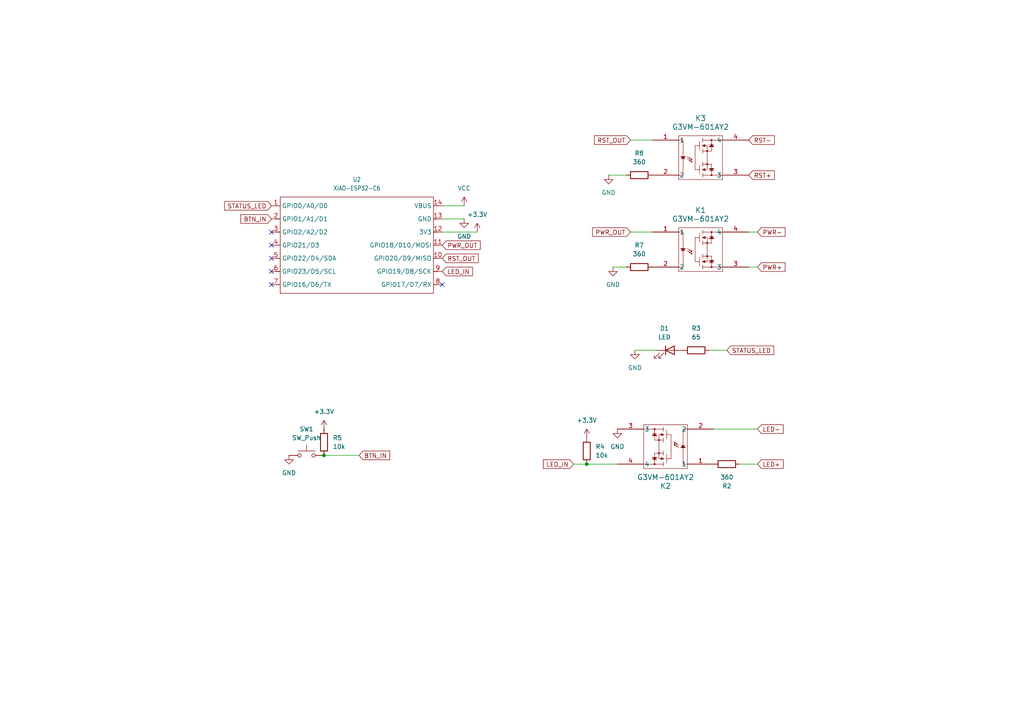
<source format=kicad_sch>
(kicad_sch (version 20250114) (generator "eeschema") (generator_version "9.0")
  (paper "A4")
  (lib_symbols
    (symbol "2025-07-16_16-28-28:G3VM-601AY2" (pin_names (offset 0.254))
      (property "Reference" "K" (at 13.6525 6.0325 0))
      (property "Value" "G3VM-601AY2" (at 20.32 3.81 0))
      (symbol "G3VM-601AY2_0_1"
        (polyline (pts (xy 7.62 1.27) (xy 7.62 -11.43)) (stroke (width 0.127)))
        (polyline (pts (xy 7.62 0) (xy 8.89 0)) (stroke (width 0.127)))
        (polyline (pts (xy 7.62 -11.43) (xy 20.32 -11.43)) (stroke (width 0.127)))
        (polyline (pts (xy 8.255 -4.7625) (xy 8.89 -5.3975)) (stroke (width 0.127)))
        (polyline (pts (xy 8.255 -4.7625) (xy 9.525 -4.7625)) (stroke (width 0.127)))
        (polyline (pts (xy 8.255 -5.3975) (xy 9.525 -5.3975)) (stroke (width 0.127)))
        (polyline (pts (xy 8.89 0) (xy 8.89 -10.16)) (stroke (width 0.127)))
        (polyline (pts (xy 8.89 -5.3975) (xy 9.525 -4.7625)) (stroke (width 0.127)))
        (polyline (pts (xy 8.89 -10.16) (xy 7.62 -10.16)) (stroke (width 0.127)))
        (polyline (pts (xy 9.525 -4.7625) (xy 8.89 -5.3975) (xy 8.255 -4.7625)) (fill (type outline)))
        (polyline (pts (xy 10.16 -4.7625) (xy 10.795 -5.3975)) (stroke (width 0.127)))
        (polyline (pts (xy 10.16 -5.3975) (xy 10.795 -6.0325)) (stroke (width 0.127)))
        (polyline (pts (xy 10.795 -5.3975) (xy 10.795 -5.08)) (stroke (width 0.127)))
        (polyline (pts (xy 10.795 -5.715) (xy 11.43 -6.35)) (stroke (width 0.127)))
        (polyline (pts (xy 10.795 -6.0325) (xy 10.795 -5.715)) (stroke (width 0.127)))
        (polyline (pts (xy 11.1125 -5.715) (xy 11.43 -5.3975)) (stroke (width 0.127)))
        (polyline (pts (xy 11.1125 -5.715) (xy 11.43 -5.715)) (stroke (width 0.127)))
        (polyline (pts (xy 11.1125 -5.715) (xy 11.43 -5.3975) (xy 11.43 -5.715)) (fill (type outline)))
        (polyline (pts (xy 11.1125 -6.35) (xy 11.43 -6.0325)) (stroke (width 0.127)))
        (polyline (pts (xy 11.1125 -6.35) (xy 11.43 -6.0325) (xy 11.43 -6.35)) (fill (type outline)))
        (polyline (pts (xy 11.43 -5.715) (xy 10.795 -5.08)) (stroke (width 0.127)))
        (polyline (pts (xy 11.43 -5.715) (xy 11.43 -5.3975)) (stroke (width 0.127)))
        (polyline (pts (xy 11.43 -6.0325) (xy 11.43 -6.35)) (stroke (width 0.127)))
        (polyline (pts (xy 11.43 -6.35) (xy 11.1125 -6.35)) (stroke (width 0.127)))
        (polyline (pts (xy 12.3825 -1.5875) (xy 12.3825 -8.5725)) (stroke (width 0.127)))
        (polyline (pts (xy 13.6525 -1.5875) (xy 12.3825 -1.5875)) (stroke (width 0.127)))
        (polyline (pts (xy 13.6525 -2.8575) (xy 13.6525 -0.3175)) (stroke (width 0.127)))
        (polyline (pts (xy 13.6525 -7.3025) (xy 13.6525 -9.8425)) (stroke (width 0.127)))
        (polyline (pts (xy 13.6525 -8.5725) (xy 12.3825 -8.5725)) (stroke (width 0.127)))
        (polyline (pts (xy 14.605 0.635) (xy 14.605 -0.635)) (stroke (width 0.127)))
        (polyline (pts (xy 14.605 0) (xy 15.24 0)) (stroke (width 0.127)))
        (polyline (pts (xy 14.605 -1.5875) (xy 15.24 -1.27)) (stroke (width 0.127)))
        (polyline (pts (xy 14.605 -1.5875) (xy 15.24 -1.905) (xy 15.24 -1.27)) (fill (type outline)))
        (polyline (pts (xy 14.605 -1.905) (xy 14.605 -1.27)) (stroke (width 0.127)))
        (polyline (pts (xy 14.605 -2.54) (xy 14.605 -3.81)) (stroke (width 0.127)))
        (polyline (pts (xy 14.605 -7.62) (xy 14.605 -6.35)) (stroke (width 0.127)))
        (polyline (pts (xy 14.605 -8.255) (xy 14.605 -8.89)) (stroke (width 0.127)))
        (polyline (pts (xy 14.605 -8.5725) (xy 15.24 -8.89)) (stroke (width 0.127)))
        (polyline (pts (xy 14.605 -8.5725) (xy 15.24 -8.255) (xy 15.24 -8.89)) (fill (type outline)))
        (polyline (pts (xy 14.605 -10.16) (xy 15.24 -10.16)) (stroke (width 0.127)))
        (polyline (pts (xy 14.605 -10.795) (xy 14.605 -9.525)) (stroke (width 0.127)))
        (polyline (pts (xy 15.24 -1.27) (xy 15.24 -1.5875)) (stroke (width 0.127)))
        (polyline (pts (xy 15.24 -1.5875) (xy 15.24 -1.905)) (stroke (width 0.127)))
        (polyline (pts (xy 15.24 -1.905) (xy 14.605 -1.5875)) (stroke (width 0.127)))
        (polyline (pts (xy 15.24 -8.255) (xy 14.605 -8.5725)) (stroke (width 0.127)))
        (polyline (pts (xy 15.24 -8.5725) (xy 15.24 -8.255)) (stroke (width 0.127)))
        (polyline (pts (xy 15.24 -8.89) (xy 15.24 -8.5725)) (stroke (width 0.127)))
        (polyline (pts (xy 15.875 -1.5875) (xy 15.24 -1.5875)) (stroke (width 0.127)))
        (polyline (pts (xy 15.875 -3.175) (xy 14.605 -3.175)) (stroke (width 0.127)))
        (circle (center 15.875 -3.175) (radius 0.1524) (stroke (width 0.254)))
        (polyline (pts (xy 15.875 -6.985) (xy 14.605 -6.985)) (stroke (width 0.127)))
        (polyline (pts (xy 15.875 -6.985) (xy 15.875 -1.5875)) (stroke (width 0.127)))
        (polyline (pts (xy 15.875 -6.985) (xy 15.875 -8.5725)) (stroke (width 0.127)))
        (circle (center 15.875 -6.985) (radius 0.1524) (stroke (width 0.254)))
        (polyline (pts (xy 15.875 -8.5725) (xy 15.24 -8.5725)) (stroke (width 0.127)))
        (polyline (pts (xy 16.51 -1.27) (xy 17.78 -1.27)) (stroke (width 0.127)))
        (polyline (pts (xy 16.51 -1.905) (xy 17.78 -1.905)) (stroke (width 0.127)))
        (polyline (pts (xy 16.51 -1.905) (xy 17.78 -1.905) (xy 17.145 -1.27)) (fill (type outline)))
        (polyline (pts (xy 16.51 -8.255) (xy 17.78 -8.255)) (stroke (width 0.127)))
        (polyline (pts (xy 16.51 -8.255) (xy 17.78 -8.255) (xy 17.145 -8.89)) (fill (type outline)))
        (polyline (pts (xy 16.51 -8.89) (xy 17.78 -8.89)) (stroke (width 0.127)))
        (polyline (pts (xy 17.145 0) (xy 17.145 -1.27)) (stroke (width 0.127)))
        (circle (center 17.145 0) (radius 0.1524) (stroke (width 0.254)))
        (polyline (pts (xy 17.145 -1.27) (xy 16.51 -1.905)) (stroke (width 0.127)))
        (polyline (pts (xy 17.145 -1.905) (xy 17.145 -3.175)) (stroke (width 0.127)))
        (polyline (pts (xy 17.145 -3.175) (xy 15.875 -3.175)) (stroke (width 0.127)))
        (polyline (pts (xy 17.145 -6.985) (xy 15.875 -6.985)) (stroke (width 0.127)))
        (polyline (pts (xy 17.145 -8.255) (xy 17.145 -6.985)) (stroke (width 0.127)))
        (polyline (pts (xy 17.145 -8.89) (xy 16.51 -8.255)) (stroke (width 0.127)))
        (polyline (pts (xy 17.145 -10.16) (xy 17.145 -8.89)) (stroke (width 0.127)))
        (circle (center 17.145 -10.16) (radius 0.1524) (stroke (width 0.254)))
        (polyline (pts (xy 17.78 -1.905) (xy 17.145 -1.27)) (stroke (width 0.127)))
        (polyline (pts (xy 17.78 -8.255) (xy 17.145 -8.89)) (stroke (width 0.127)))
        (polyline (pts (xy 20.32 1.27) (xy 7.62 1.27)) (stroke (width 0.127)))
        (polyline (pts (xy 20.32 0) (xy 15.24 0)) (stroke (width 0.127)))
        (polyline (pts (xy 20.32 -10.16) (xy 15.24 -10.16)) (stroke (width 0.127)))
        (polyline (pts (xy 20.32 -11.43) (xy 20.32 1.27)) (stroke (width 0.127)))
        (pin unspecified line (at 0 0 0) (length 7.62) (name "1") (number "1"))
        (pin unspecified line (at 0 -10.16 0) (length 7.62) (name "2") (number "2"))
        (pin unspecified line (at 27.94 0 180) (length 7.62) (name "4") (number "4"))
        (pin unspecified line (at 27.94 -10.16 180) (length 7.62) (name "3") (number "3"))
      )
    )
    (symbol "Device:LED" (pin_numbers (hide yes)) (pin_names (offset 1.016) (hide yes))
      (property "Reference" "D" (at 0 2.54 0))
      (property "Value" "LED" (at 0 -2.54 0))
      (symbol "LED_0_1"
        (polyline (pts (xy -3.048 -0.762) (xy -4.572 -2.286) (xy -3.81 -2.286) (xy -4.572 -2.286) (xy -4.572 -1.524)))
        (polyline (pts (xy -1.778 -0.762) (xy -3.302 -2.286) (xy -2.54 -2.286) (xy -3.302 -2.286) (xy -3.302 -1.524)))
        (polyline (pts (xy -1.27 0) (xy 1.27 0)))
        (polyline (pts (xy -1.27 -1.27) (xy -1.27 1.27)) (stroke (width 0.254)))
        (polyline (pts (xy 1.27 -1.27) (xy 1.27 1.27) (xy -1.27 0) (xy 1.27 -1.27)) (stroke (width 0.254)))
      )
      (symbol "LED_1_1"
        (pin passive line (at -3.81 0 0) (length 2.54) (name "K") (number "1"))
        (pin passive line (at 3.81 0 180) (length 2.54) (name "A") (number "2"))
      )
    )
    (symbol "Device:R" (pin_numbers (hide yes)) (pin_names (offset 0))
      (property "Reference" "R" (at 2.032 0 90))
      (property "Value" "R" (at 0 0 90))
      (symbol "R_0_1"
        (rectangle (start -1.016 -2.54) (end 1.016 2.54) (stroke (width 0.254)))
      )
      (symbol "R_1_1"
        (pin passive line (at 0 3.81 270) (length 1.27) (name "~") (number "1"))
        (pin passive line (at 0 -3.81 90) (length 1.27) (name "~") (number "2"))
      )
    )
    (symbol "Seeed_Studio_XIAO_Series:XIAO_ESP32-C6-DIP"
      (property "Reference" "U" (at -20.574 17.018 0))
      (property "Value" "XIAO-ESP32-C6" (at -15.24 14.986 0))
      (symbol "XIAO_ESP32-C6-DIP_1_0"
        (polyline (pts (xy -21.59 13.97) (xy 22.86 13.97)) (stroke (width 0.1524)))
        (polyline (pts (xy -21.59 11.43) (xy -22.86 11.43)) (stroke (width 0.1524)))
        (polyline (pts (xy -21.59 11.43) (xy -21.59 13.97)) (stroke (width 0.1524)))
        (polyline (pts (xy -21.59 7.62) (xy -22.86 7.62)) (stroke (width 0.1524)))
        (polyline (pts (xy -21.59 7.62) (xy -21.59 11.43)) (stroke (width 0.1524)))
        (polyline (pts (xy -21.59 3.81) (xy -22.86 3.81)) (stroke (width 0.1524)))
        (polyline (pts (xy -21.59 3.81) (xy -21.59 7.62)) (stroke (width 0.1524)))
        (polyline (pts (xy -21.59 0) (xy -22.86 0)) (stroke (width 0.1524)))
        (polyline (pts (xy -21.59 0) (xy -21.59 3.81)) (stroke (width 0.1524)))
        (polyline (pts (xy -21.59 -3.81) (xy -22.86 -3.81)) (stroke (width 0.1524)))
        (polyline (pts (xy -21.59 -7.62) (xy -22.86 -7.62)) (stroke (width 0.1524)))
        (polyline (pts (xy -21.59 -11.43) (xy -22.86 -11.43)) (stroke (width 0.1524)))
        (polyline (pts (xy -21.59 -13.97) (xy -21.59 0)) (stroke (width 0.1524)))
        (polyline (pts (xy 22.86 13.97) (xy 22.86 11.43)) (stroke (width 0.1524)))
        (polyline (pts (xy 22.86 11.43) (xy 22.86 7.62)) (stroke (width 0.1524)))
        (polyline (pts (xy 22.86 7.62) (xy 22.86 3.81)) (stroke (width 0.1524)))
        (polyline (pts (xy 22.86 3.81) (xy 22.86 -13.97)) (stroke (width 0.1524)))
        (polyline (pts (xy 22.86 -13.97) (xy -21.59 -13.97)) (stroke (width 0.1524)))
        (polyline (pts (xy 24.13 11.43) (xy 22.86 11.43)) (stroke (width 0.1524)))
        (polyline (pts (xy 24.13 7.62) (xy 22.86 7.62)) (stroke (width 0.1524)))
        (polyline (pts (xy 24.13 3.81) (xy 22.86 3.81)) (stroke (width 0.1524)))
        (polyline (pts (xy 24.13 0) (xy 22.86 0)) (stroke (width 0.1524)))
        (polyline (pts (xy 24.13 -3.81) (xy 22.86 -3.81)) (stroke (width 0.1524)))
        (polyline (pts (xy 24.13 -7.62) (xy 22.86 -7.62)) (stroke (width 0.1524)))
        (polyline (pts (xy 24.13 -11.43) (xy 22.86 -11.43)) (stroke (width 0.1524)))
        (pin passive line (at -24.13 11.43 0) (length 2.54) (name "GPIO0/A0/D0") (number "1"))
        (pin passive line (at -24.13 7.62 0) (length 2.54) (name "GPIO1/A1/D1") (number "2"))
        (pin passive line (at -24.13 3.81 0) (length 2.54) (name "GPIO2/A2/D2") (number "3"))
        (pin passive line (at -24.13 0 0) (length 2.54) (name "GPIO21/D3") (number "4"))
        (pin passive line (at -24.13 -3.81 0) (length 2.54) (name "GPIO22/D4/SDA") (number "5"))
        (pin passive line (at -24.13 -7.62 0) (length 2.54) (name "GPIO23/D5/SCL") (number "6"))
        (pin passive line (at -24.13 -11.43 0) (length 2.54) (name "GPIO16/D6/TX") (number "7"))
        (pin passive line (at 25.4 11.43 180) (length 2.54) (name "VBUS") (number "14"))
        (pin passive line (at 25.4 7.62 180) (length 2.54) (name "GND") (number "13"))
        (pin passive line (at 25.4 3.81 180) (length 2.54) (name "3V3") (number "12"))
        (pin passive line (at 25.4 0 180) (length 2.54) (name "GPIO18/D10/MOSI") (number "11"))
        (pin passive line (at 25.4 -3.81 180) (length 2.54) (name "GPIO20/D9/MISO") (number "10"))
        (pin passive line (at 25.4 -7.62 180) (length 2.54) (name "GPIO19/D8/SCK") (number "9"))
        (pin passive line (at 25.4 -11.43 180) (length 2.54) (name "GPIO17/D7/RX") (number "8"))
      )
    )
    (symbol "Switch:SW_Push" (pin_numbers (hide yes)) (pin_names (offset 1.016) (hide yes))
      (property "Reference" "SW" (at 1.27 2.54 0))
      (property "Value" "SW_Push" (at 0 -1.524 0))
      (symbol "SW_Push_0_1"
        (circle (center -2.032 0) (radius 0.508))
        (polyline (pts (xy 0 1.27) (xy 0 3.048)))
        (circle (center 2.032 0) (radius 0.508))
        (polyline (pts (xy 2.54 1.27) (xy -2.54 1.27)))
        (pin passive line (at -5.08 0 0) (length 2.54) (name "1") (number "1"))
        (pin passive line (at 5.08 0 180) (length 2.54) (name "2") (number "2"))
      )
    )
    (symbol "power:+3.3V" (power) (pin_numbers (hide yes)) (pin_names (offset 0) (hide yes))
      (property "Value" "+3.3V" (at 0 3.556 0))
      (symbol "+3.3V_0_1"
        (polyline (pts (xy -0.762 1.27) (xy 0 2.54)))
        (polyline (pts (xy 0 2.54) (xy 0.762 1.27)))
        (polyline (pts (xy 0 0) (xy 0 2.54)))
      )
      (symbol "+3.3V_1_1"
        (pin power_in line (at 0 0 90) (length 0) (name "~") (number "1"))
      )
    )
    (symbol "power:GND" (power) (pin_numbers (hide yes)) (pin_names (offset 0) (hide yes))
      (property "Value" "GND" (at 0 -3.81 0))
      (symbol "GND_0_1"
        (polyline (pts (xy 0 0) (xy 0 -1.27) (xy 1.27 -1.27) (xy 0 -2.54) (xy -1.27 -1.27) (xy 0 -1.27)))
      )
      (symbol "GND_1_1"
        (pin power_in line (at 0 0 270) (length 0) (name "~") (number "1"))
      )
    )
    (symbol "power:VCC" (power) (pin_numbers (hide yes)) (pin_names (offset 0) (hide yes))
      (property "Value" "VCC" (at 0 3.556 0))
      (symbol "VCC_0_1"
        (polyline (pts (xy -0.762 1.27) (xy 0 2.54)))
        (polyline (pts (xy 0 2.54) (xy 0.762 1.27)))
        (polyline (pts (xy 0 0) (xy 0 2.54)))
      )
      (symbol "VCC_1_1"
        (pin power_in line (at 0 0 90) (length 0) (name "~") (number "1"))
      )
    )
  )
  (junction (at 170.18 134.62))
  (junction (at 93.98 132.08))
  (no_connect (at 78.74 82.55))
  (no_connect (at 78.74 71.12))
  (no_connect (at 78.74 78.74))
  (no_connect (at 78.74 67.31))
  (no_connect (at 78.74 74.93))
  (no_connect (at 128.27 82.55))
  (wire (pts (xy 184.15 101.6) (xy 190.5 101.6)))
  (wire (pts (xy 134.62 59.69) (xy 128.27 59.69)))
  (wire (pts (xy 128.27 67.31) (xy 138.43 67.31)))
  (wire (pts (xy 170.18 134.62) (xy 179.07 134.62)))
  (wire (pts (xy 182.88 40.64) (xy 189.23 40.64)))
  (wire (pts (xy 134.62 63.5) (xy 128.27 63.5)))
  (wire (pts (xy 210.82 101.6) (xy 205.74 101.6)))
  (wire (pts (xy 166.37 134.62) (xy 170.18 134.62)))
  (wire (pts (xy 182.88 67.31) (xy 189.23 67.31)))
  (wire (pts (xy 93.98 132.08) (xy 104.14 132.08)))
  (wire (pts (xy 176.53 50.8) (xy 181.61 50.8)))
  (wire (pts (xy 217.17 77.47) (xy 219.71 77.47)))
  (wire (pts (xy 207.01 124.46) (xy 219.71 124.46)))
  (wire (pts (xy 214.63 134.62) (xy 219.71 134.62)))
  (wire (pts (xy 177.8 77.47) (xy 181.61 77.47)))
  (wire (pts (xy 217.17 67.31) (xy 219.71 67.31)))
  (global_label "RST_OUT" (shape input) (at 128.27 74.93 0) (property "Intersheetrefs" "${INTERSHEET_REFS}" (effects (hide yes))))
  (global_label "PWR_OUT" (shape input) (at 128.27 71.12 0) (property "Intersheetrefs" "${INTERSHEET_REFS}" (effects (hide yes))))
  (global_label "BTN_IN" (shape input) (at 104.14 132.08 0) (property "Intersheetrefs" "${INTERSHEET_REFS}" (effects (hide yes))))
  (global_label "PWR-" (shape input) (at 219.71 67.31 0) (property "Intersheetrefs" "${INTERSHEET_REFS}" (effects (hide yes))))
  (global_label "LED-" (shape input) (at 219.71 124.46 0) (property "Intersheetrefs" "${INTERSHEET_REFS}" (effects (hide yes))))
  (global_label "LED+" (shape input) (at 219.71 134.62 0) (property "Intersheetrefs" "${INTERSHEET_REFS}" (effects (hide yes))))
  (global_label "STATUS_LED" (shape input) (at 78.74 59.69 180) (property "Intersheetrefs" "${INTERSHEET_REFS}" (effects (hide yes))))
  (global_label "LED_IN" (shape input) (at 166.37 134.62 180) (property "Intersheetrefs" "${INTERSHEET_REFS}" (effects (hide yes))))
  (global_label "PWR+" (shape input) (at 219.71 77.47 0) (property "Intersheetrefs" "${INTERSHEET_REFS}" (effects (hide yes))))
  (global_label "LED_IN" (shape input) (at 128.27 78.74 0) (property "Intersheetrefs" "${INTERSHEET_REFS}" (effects (hide yes))))
  (global_label "RST+" (shape input) (at 217.17 50.8 0) (property "Intersheetrefs" "${INTERSHEET_REFS}" (effects (hide yes))))
  (global_label "RST_OUT" (shape input) (at 182.88 40.64 180) (property "Intersheetrefs" "${INTERSHEET_REFS}" (effects (hide yes))))
  (global_label "PWR_OUT" (shape input) (at 182.88 67.31 180) (property "Intersheetrefs" "${INTERSHEET_REFS}" (effects (hide yes))))
  (global_label "STATUS_LED" (shape input) (at 210.82 101.6 0) (property "Intersheetrefs" "${INTERSHEET_REFS}" (effects (hide yes))))
  (global_label "RST-" (shape input) (at 217.17 40.64 0) (property "Intersheetrefs" "${INTERSHEET_REFS}" (effects (hide yes))))
  (global_label "BTN_IN" (shape input) (at 78.74 63.5 180) (property "Intersheetrefs" "${INTERSHEET_REFS}" (effects (hide yes))))
  (symbol (lib_id "power:GND") (at 177.8 77.47 0) (unit 1)
    (property "Reference" "#PWR03" (effects (hide yes)))
    (property "Value" "GND" (at 177.8 82.55 0))
    (property "Description" "Power symbol creates a global label with name \"GND\" , ground" (effects (hide yes)))
  )
  (symbol (lib_id "Device:R") (at 93.98 128.27 180) (unit 1)
    (property "Reference" "R5" (at 96.52 126.9999 0) (effects (justify right)))
    (property "Value" "10k" (at 96.52 129.5399 0) (effects (justify right)))
    (property "Footprint" "Resistor_SMD:R_0805_2012Metric_Pad1.20x1.40mm_HandSolder" (effects (hide yes)))
    (property "Description" "Resistor" (effects (hide yes)))
  )
  (symbol (lib_id "Device:R") (at 185.42 50.8 90) (unit 1)
    (property "Reference" "R8" (at 185.42 44.45 90))
    (property "Value" "360" (at 185.42 46.99 90))
    (property "Footprint" "Resistor_SMD:R_0805_2012Metric_Pad1.20x1.40mm_HandSolder" (effects (hide yes)))
    (property "Description" "Resistor" (effects (hide yes)))
  )
  (symbol (lib_id "power:GND") (at 179.07 124.46 0) (unit 1)
    (property "Reference" "#PWR04" (effects (hide yes)))
    (property "Value" "GND" (at 179.07 129.54 0))
    (property "Description" "Power symbol creates a global label with name \"GND\" , ground" (effects (hide yes)))
  )
  (symbol (lib_id "power:+3.3V") (at 93.98 124.46 0) (unit 1)
    (property "Reference" "#PWR012" (effects (hide yes)))
    (property "Value" "+3.3V" (at 93.98 119.38 0))
    (property "Description" "Power symbol creates a global label with name \"+3.3V\"" (effects (hide yes)))
  )
  (symbol (lib_id "Device:R") (at 185.42 77.47 90) (unit 1)
    (property "Reference" "R7" (at 185.42 71.12 90))
    (property "Value" "360" (at 185.42 73.66 90))
    (property "Footprint" "Resistor_SMD:R_0805_2012Metric_Pad1.20x1.40mm_HandSolder" (effects (hide yes)))
    (property "Description" "Resistor" (effects (hide yes)))
  )
  (symbol (lib_id "power:GND") (at 176.53 50.8 0) (unit 1)
    (property "Reference" "#PWR09" (effects (hide yes)))
    (property "Value" "GND" (at 176.53 55.88 0))
    (property "Description" "Power symbol creates a global label with name \"GND\" , ground" (effects (hide yes)))
  )
  (symbol (lib_id "Device:R") (at 170.18 130.81 180) (unit 1)
    (property "Reference" "R4" (at 172.72 129.5399 0) (effects (justify right)))
    (property "Value" "10k" (at 172.72 132.0799 0) (effects (justify right)))
    (property "Footprint" "Resistor_SMD:R_0805_2012Metric_Pad1.20x1.40mm_HandSolder" (effects (hide yes)))
    (property "Description" "Resistor" (effects (hide yes)))
  )
  (symbol (lib_id "power:GND") (at 134.62 63.5 0) (unit 1)
    (property "Reference" "#PWR010" (effects (hide yes)))
    (property "Value" "GND" (at 134.62 68.58 0))
    (property "Description" "Power symbol creates a global label with name \"GND\" , ground" (effects (hide yes)))
  )
  (symbol (lib_id "2025-07-16_16-28-28:G3VM-601AY2") (at 189.23 40.64 0) (unit 1)
    (property "Reference" "K3" (at 203.2 34.29 0) (effects (font (size 1.524 1.524))))
    (property "Value" "G3VM-601AY2" (at 203.2 36.83 0) (effects (font (size 1.524 1.524))))
    (property "Footprint" "A-DIP4_THD_OMR" (effects (hide yes)))
    (property "Datasheet" "G3VM-601AY2" (effects (hide yes)))
  )
  (symbol (lib_id "Device:LED") (at 194.31 101.6 0) (unit 1)
    (property "Reference" "D1" (at 192.7225 95.25 0))
    (property "Value" "LED" (at 192.7225 97.79 0))
    (property "Footprint" "Resistor_SMD:R_1210_3225Metric_Pad1.30x2.65mm_HandSolder" (effects (hide yes)))
    (property "Description" "Light emitting diode" (effects (hide yes)))
    (property "Sim.Pins" "1=K 2=A" (effects (hide yes)))
  )
  (symbol (lib_id "2025-07-16_16-28-28:G3VM-601AY2") (at 189.23 67.31 0) (unit 1)
    (property "Reference" "K1" (at 203.2 60.96 0) (effects (font (size 1.524 1.524))))
    (property "Value" "G3VM-601AY2" (at 203.2 63.5 0) (effects (font (size 1.524 1.524))))
    (property "Footprint" "A-DIP4_THD_OMR" (effects (hide yes)))
    (property "Datasheet" "G3VM-601AY2" (effects (hide yes)))
  )
  (symbol (lib_id "power:GND") (at 83.82 132.08 0) (unit 1)
    (property "Reference" "#PWR07" (effects (hide yes)))
    (property "Value" "GND" (at 83.82 137.16 0))
    (property "Description" "Power symbol creates a global label with name \"GND\" , ground" (effects (hide yes)))
  )
  (symbol (lib_id "Device:R") (at 201.93 101.6 90) (unit 1)
    (property "Reference" "R3" (at 201.93 95.25 90))
    (property "Value" "65" (at 201.93 97.79 90))
    (property "Footprint" "Resistor_SMD:R_0805_2012Metric_Pad1.20x1.40mm_HandSolder" (effects (hide yes)))
    (property "Description" "Resistor" (effects (hide yes)))
  )
  (symbol (lib_id "power:VCC") (at 134.62 59.69 0) (unit 1)
    (property "Reference" "#PWR05" (effects (hide yes)))
    (property "Value" "VCC" (at 134.62 54.61 0))
    (property "Description" "Power symbol creates a global label with name \"VCC\"" (effects (hide yes)))
  )
  (symbol (lib_id "Switch:SW_Push") (at 88.9 132.08 0) (unit 1)
    (property "Reference" "SW1" (at 88.9 124.46 0))
    (property "Value" "SW_Push" (at 88.9 127 0))
    (property "Footprint" "Button_Switch_THT:SW_PUSH_6mm" (effects (hide yes)))
    (property "Description" "Push button switch, generic, two pins" (effects (hide yes)))
  )
  (symbol (lib_id "Device:R") (at 210.82 134.62 270) (unit 1)
    (property "Reference" "R2" (at 210.82 140.97 90))
    (property "Value" "360" (at 210.82 138.43 90))
    (property "Footprint" "Resistor_SMD:R_0805_2012Metric_Pad1.20x1.40mm_HandSolder" (effects (hide yes)))
    (property "Description" "Resistor" (effects (hide yes)))
  )
  (symbol (lib_id "power:+3.3V") (at 138.43 67.31 0) (unit 1)
    (property "Reference" "#PWR02" (effects (hide yes)))
    (property "Value" "+3.3V" (at 138.43 62.23 0))
    (property "Description" "Power symbol creates a global label with name \"+3.3V\"" (effects (hide yes)))
  )
  (symbol (lib_id "power:GND") (at 184.15 101.6 0) (unit 1)
    (property "Reference" "#PWR01" (effects (hide yes)))
    (property "Value" "GND" (at 184.15 106.68 0))
    (property "Description" "Power symbol creates a global label with name \"GND\" , ground" (effects (hide yes)))
  )
  (symbol (lib_id "power:+3.3V") (at 170.18 127 0) (unit 1)
    (property "Reference" "#PWR011" (effects (hide yes)))
    (property "Value" "+3.3V" (at 170.18 121.92 0))
    (property "Description" "Power symbol creates a global label with name \"+3.3V\"" (effects (hide yes)))
  )
  (symbol (lib_id "Seeed_Studio_XIAO_Series:XIAO_ESP32-C6-DIP") (at 102.87 71.12 0) (unit 1)
    (property "Reference" "U2" (at 103.505 52.07 0) (effects (font (size 1.27 1.0795))))
    (property "Value" "XIAO-ESP32-C6" (at 103.505 54.61 0) (effects (font (size 1.27 1.0795))))
    (property "Footprint" "Seeed Studio XIAO Series Library:XIAO-ESP32C6-DIP" (effects (hide yes)))
    (property "SKU" "XIAO-DIP" (effects (hide yes)))
  )
  (symbol (lib_id "2025-07-16_16-28-28:G3VM-601AY2") (at 207.01 134.62 180) (unit 1)
    (property "Reference" "K2" (at 193.04 140.97 0) (effects (font (size 1.524 1.524))))
    (property "Value" "G3VM-601AY2" (at 193.04 138.43 0) (effects (font (size 1.524 1.524))))
    (property "Footprint" "A-DIP4_THD_OMR" (effects (hide yes)))
    (property "Datasheet" "G3VM-601AY2" (effects (hide yes)))
  )
)
</source>
